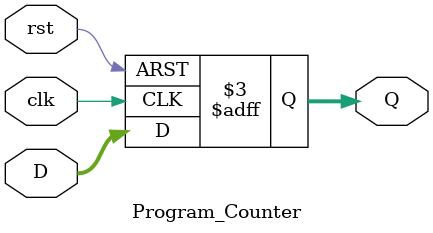
<source format=v>
module Program_Counter #(parameter W = 32) (
    input clk,rst,
    input [W-1:0] D,
    output reg [W-1:0] Q
);

always @(posedge clk or negedge rst) begin
    if(!rst) begin
        Q <= 0;
    end
    else begin
        Q <= D;
    end
end
endmodule
</source>
